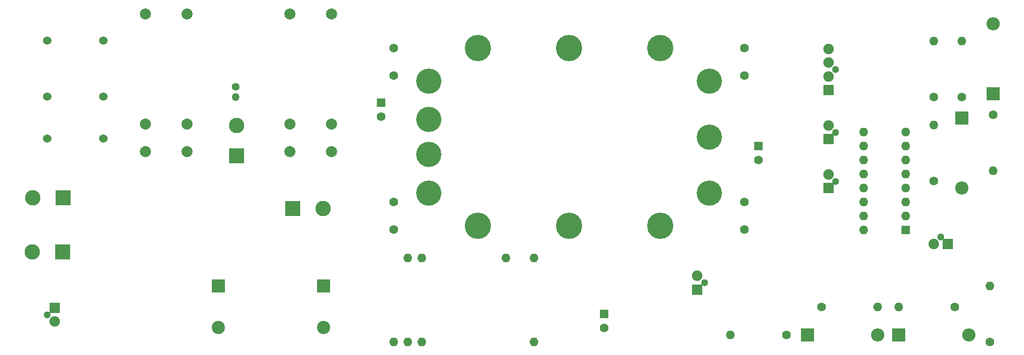
<source format=gbr>
G04 #@! TF.FileFunction,Soldermask,Bot*
%FSLAX46Y46*%
G04 Gerber Fmt 4.6, Leading zero omitted, Abs format (unit mm)*
G04 Created by KiCad (PCBNEW 4.0.7) date 02/11/18 18:38:28*
%MOMM*%
%LPD*%
G01*
G04 APERTURE LIST*
%ADD10C,0.100000*%
%ADD11C,2.000000*%
%ADD12R,1.600000X1.600000*%
%ADD13O,1.600000X1.600000*%
%ADD14C,1.524000*%
%ADD15C,4.572000*%
%ADD16C,4.762500*%
%ADD17C,1.600000*%
%ADD18R,2.800000X2.800000*%
%ADD19C,2.800000*%
%ADD20R,1.900000X1.900000*%
%ADD21C,1.900000*%
%ADD22C,1.300000*%
%ADD23R,2.400000X2.400000*%
%ADD24O,2.400000X2.400000*%
%ADD25C,2.400000*%
%ADD26C,1.400000*%
%ADD27O,1.400000X1.400000*%
G04 APERTURE END LIST*
D10*
D11*
X71561000Y-61957000D03*
X79061000Y-61957000D03*
X71561000Y-56957000D03*
X79061000Y-56957000D03*
X71561000Y-36957000D03*
X79061000Y-36957000D03*
X45399000Y-61957000D03*
X52899000Y-61957000D03*
X45399000Y-56957000D03*
X52899000Y-56957000D03*
X45399000Y-36957000D03*
X52899000Y-36957000D03*
D12*
X183007000Y-76200000D03*
D13*
X175387000Y-58420000D03*
X183007000Y-73660000D03*
X175387000Y-60960000D03*
X183007000Y-71120000D03*
X175387000Y-63500000D03*
X183007000Y-68580000D03*
X175387000Y-66040000D03*
X183007000Y-66040000D03*
X175387000Y-68580000D03*
X183007000Y-63500000D03*
X175387000Y-71120000D03*
X183007000Y-60960000D03*
X175387000Y-73660000D03*
X183007000Y-58420000D03*
X175387000Y-76200000D03*
X90297000Y-96520000D03*
X92837000Y-96520000D03*
X95377000Y-96520000D03*
X115697000Y-96520000D03*
X115697000Y-81280000D03*
X110617000Y-81280000D03*
X95377000Y-81280000D03*
X92837000Y-81280000D03*
D14*
X27559000Y-41783000D03*
X27559000Y-51943000D03*
X27559000Y-59563000D03*
X37719000Y-41783000D03*
X37719000Y-51943000D03*
X37719000Y-59563000D03*
D15*
X96647000Y-69469000D03*
X96647000Y-62484000D03*
X96647000Y-56134000D03*
X96647000Y-49149000D03*
X147447000Y-69469000D03*
X147447000Y-59309000D03*
X147447000Y-49149000D03*
D16*
X105537000Y-43180000D03*
X122047000Y-75438000D03*
X105537000Y-75438000D03*
X138557000Y-75438000D03*
X122047000Y-43180000D03*
X138557000Y-43180000D03*
D17*
X198247000Y-96520000D03*
D13*
X198247000Y-86360000D03*
D17*
X167767000Y-90170000D03*
D13*
X177927000Y-90170000D03*
D17*
X161417000Y-95250000D03*
D13*
X151257000Y-95250000D03*
D17*
X191897000Y-90170000D03*
D13*
X181737000Y-90170000D03*
D17*
X188087000Y-67310000D03*
D13*
X188087000Y-57150000D03*
D17*
X188087000Y-52070000D03*
D13*
X188087000Y-41910000D03*
D17*
X198882000Y-55245000D03*
D13*
X198882000Y-65405000D03*
D17*
X193167000Y-52070000D03*
D13*
X193167000Y-41910000D03*
D18*
X72009000Y-72263000D03*
D19*
X77509000Y-72263000D03*
D20*
X169037000Y-68580000D03*
D21*
X169037000Y-66080000D03*
D22*
X170377000Y-67330000D03*
D20*
X169037000Y-59690000D03*
D21*
X169037000Y-57190000D03*
D22*
X170377000Y-58440000D03*
D20*
X145288000Y-86995000D03*
D21*
X145288000Y-84495000D03*
D22*
X146628000Y-85745000D03*
D20*
X28956000Y-90297000D03*
D21*
X28956000Y-92797000D03*
D22*
X27616000Y-91547000D03*
D18*
X30480000Y-70358000D03*
D19*
X24980000Y-70358000D03*
D20*
X169037000Y-50800000D03*
D21*
X169037000Y-48300000D03*
X169037000Y-45800000D03*
X169037000Y-43300000D03*
D22*
X170377000Y-47050000D03*
D18*
X30353000Y-80137000D03*
D19*
X24853000Y-80137000D03*
D23*
X181737000Y-95250000D03*
D24*
X194437000Y-95250000D03*
D23*
X165227000Y-95250000D03*
D24*
X177927000Y-95250000D03*
D23*
X193167000Y-55880000D03*
D24*
X193167000Y-68580000D03*
D23*
X198882000Y-51435000D03*
D24*
X198882000Y-38735000D03*
D12*
X128397000Y-91440000D03*
D17*
X128397000Y-93940000D03*
D23*
X77597000Y-86360000D03*
D25*
X77597000Y-93860000D03*
D23*
X58547000Y-86360000D03*
D25*
X58547000Y-93860000D03*
D12*
X156337000Y-60960000D03*
D17*
X156337000Y-63460000D03*
D12*
X88011000Y-53086000D03*
D17*
X88011000Y-55586000D03*
X90297000Y-43180000D03*
X90297000Y-48180000D03*
X153797000Y-43180000D03*
X153797000Y-48180000D03*
X90297000Y-71120000D03*
X90297000Y-76120000D03*
X153797000Y-71120000D03*
X153797000Y-76120000D03*
D20*
X190627000Y-78740000D03*
D21*
X188127000Y-78740000D03*
D22*
X189377000Y-77400000D03*
D18*
X61849000Y-62738000D03*
D19*
X61849000Y-57238000D03*
D26*
X61722000Y-50165000D03*
D27*
X61722000Y-52065000D03*
M02*

</source>
